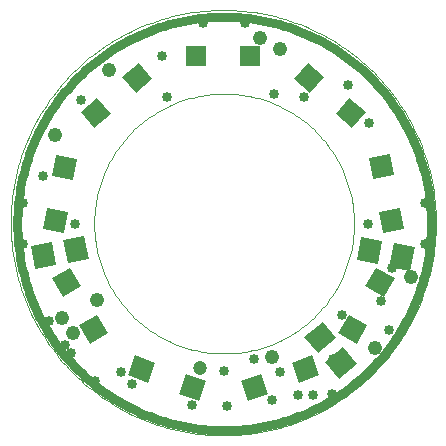
<source format=gts>
G04 EAGLE Gerber RS-274X export*
G75*
%MOMM*%
%FSLAX35Y35*%
%LPD*%
%INsolder_mask_top*%
%IPPOS*%
%AMOC8*
5,1,8,0,0,1.08239X$1,22.5*%
G01*
%ADD10C,0.010000*%
%ADD11C,0.050000*%
%ADD12C,0.750000*%
%ADD13R,1.803200X2.003200*%
%ADD14R,1.803200X1.803200*%
%ADD15R,1.803200X1.803200*%
%ADD16C,1.219200*%
%ADD17C,1.203200*%
%ADD18C,0.853200*%


D10*
X1793375Y-42625D02*
X1793375Y57375D01*
X-1806625Y7375D02*
X-1806083Y51549D01*
X-1804457Y95697D01*
X-1801748Y139791D01*
X-1797958Y183806D01*
X-1793088Y227714D01*
X-1787143Y271490D01*
X-1780125Y315106D01*
X-1772039Y358538D01*
X-1762889Y401757D01*
X-1752681Y444739D01*
X-1741422Y487458D01*
X-1729118Y529887D01*
X-1715776Y572002D01*
X-1701404Y613777D01*
X-1686012Y655186D01*
X-1669608Y696205D01*
X-1652203Y736809D01*
X-1633806Y776974D01*
X-1614429Y816675D01*
X-1594083Y855889D01*
X-1572782Y894592D01*
X-1550536Y932760D01*
X-1527361Y970371D01*
X-1503270Y1007401D01*
X-1478278Y1043830D01*
X-1452399Y1079634D01*
X-1425649Y1114792D01*
X-1398044Y1149283D01*
X-1369601Y1183086D01*
X-1340337Y1216181D01*
X-1310270Y1248548D01*
X-1279417Y1280167D01*
X-1247798Y1311020D01*
X-1215431Y1341087D01*
X-1182336Y1370351D01*
X-1148533Y1398794D01*
X-1114042Y1426399D01*
X-1078884Y1453149D01*
X-1043080Y1479028D01*
X-1006651Y1504020D01*
X-969621Y1528111D01*
X-932010Y1551286D01*
X-893842Y1573532D01*
X-855139Y1594833D01*
X-815925Y1615179D01*
X-776224Y1634556D01*
X-736059Y1652953D01*
X-695455Y1670358D01*
X-654436Y1686762D01*
X-613027Y1702154D01*
X-571252Y1716526D01*
X-529137Y1729868D01*
X-486708Y1742172D01*
X-443989Y1753431D01*
X-401007Y1763639D01*
X-357788Y1772789D01*
X-314356Y1780875D01*
X-270740Y1787893D01*
X-226964Y1793838D01*
X-183056Y1798708D01*
X-139041Y1802498D01*
X-94947Y1805207D01*
X-50799Y1806833D01*
X-6625Y1807375D01*
X37549Y1806833D01*
X81697Y1805207D01*
X125791Y1802498D01*
X169806Y1798708D01*
X213714Y1793838D01*
X257490Y1787893D01*
X301106Y1780875D01*
X344538Y1772789D01*
X387757Y1763639D01*
X430739Y1753431D01*
X473458Y1742172D01*
X515887Y1729868D01*
X558002Y1716526D01*
X599777Y1702154D01*
X641186Y1686762D01*
X682205Y1670358D01*
X722809Y1652953D01*
X762974Y1634556D01*
X802675Y1615179D01*
X841889Y1594833D01*
X880592Y1573532D01*
X918760Y1551286D01*
X956371Y1528111D01*
X993401Y1504020D01*
X1029830Y1479028D01*
X1065634Y1453149D01*
X1100792Y1426399D01*
X1135283Y1398794D01*
X1169086Y1370351D01*
X1202181Y1341087D01*
X1234548Y1311020D01*
X1266167Y1280167D01*
X1297020Y1248548D01*
X1327087Y1216181D01*
X1356351Y1183086D01*
X1384794Y1149283D01*
X1412399Y1114792D01*
X1439149Y1079634D01*
X1465028Y1043830D01*
X1490020Y1007401D01*
X1514111Y970371D01*
X1537286Y932760D01*
X1559532Y894592D01*
X1580833Y855889D01*
X1601179Y816675D01*
X1620556Y776974D01*
X1638953Y736809D01*
X1656358Y696205D01*
X1672762Y655186D01*
X1688154Y613777D01*
X1702526Y572002D01*
X1715868Y529887D01*
X1728172Y487458D01*
X1739431Y444739D01*
X1749639Y401757D01*
X1758789Y358538D01*
X1766875Y315106D01*
X1773893Y271490D01*
X1779838Y227714D01*
X1784708Y183806D01*
X1788498Y139791D01*
X1791207Y95697D01*
X1792833Y51549D01*
X1793375Y7375D01*
X1792833Y-36799D01*
X1791207Y-80947D01*
X1788498Y-125041D01*
X1784708Y-169056D01*
X1779838Y-212964D01*
X1773893Y-256740D01*
X1766875Y-300356D01*
X1758789Y-343788D01*
X1749639Y-387007D01*
X1739431Y-429989D01*
X1728172Y-472708D01*
X1715868Y-515137D01*
X1702526Y-557252D01*
X1688154Y-599027D01*
X1672762Y-640436D01*
X1656358Y-681455D01*
X1638953Y-722059D01*
X1620556Y-762224D01*
X1601179Y-801925D01*
X1580833Y-841139D01*
X1559532Y-879842D01*
X1537286Y-918010D01*
X1514111Y-955621D01*
X1490020Y-992651D01*
X1465028Y-1029080D01*
X1439149Y-1064884D01*
X1412399Y-1100042D01*
X1384794Y-1134533D01*
X1356351Y-1168336D01*
X1327087Y-1201431D01*
X1297020Y-1233798D01*
X1266167Y-1265417D01*
X1234548Y-1296270D01*
X1202181Y-1326337D01*
X1169086Y-1355601D01*
X1135283Y-1384044D01*
X1100792Y-1411649D01*
X1065634Y-1438399D01*
X1029830Y-1464278D01*
X993401Y-1489270D01*
X956371Y-1513361D01*
X918760Y-1536536D01*
X880592Y-1558782D01*
X841889Y-1580083D01*
X802675Y-1600429D01*
X762974Y-1619806D01*
X722809Y-1638203D01*
X682205Y-1655608D01*
X641186Y-1672012D01*
X599777Y-1687404D01*
X558002Y-1701776D01*
X515887Y-1715118D01*
X473458Y-1727422D01*
X430739Y-1738681D01*
X387757Y-1748889D01*
X344538Y-1758039D01*
X301106Y-1766125D01*
X257490Y-1773143D01*
X213714Y-1779088D01*
X169806Y-1783958D01*
X125791Y-1787748D01*
X81697Y-1790457D01*
X37549Y-1792083D01*
X-6625Y-1792625D01*
X-50799Y-1792083D01*
X-94947Y-1790457D01*
X-139041Y-1787748D01*
X-183056Y-1783958D01*
X-226964Y-1779088D01*
X-270740Y-1773143D01*
X-314356Y-1766125D01*
X-357788Y-1758039D01*
X-401007Y-1748889D01*
X-443989Y-1738681D01*
X-486708Y-1727422D01*
X-529137Y-1715118D01*
X-571252Y-1701776D01*
X-613027Y-1687404D01*
X-654436Y-1672012D01*
X-695455Y-1655608D01*
X-736059Y-1638203D01*
X-776224Y-1619806D01*
X-815925Y-1600429D01*
X-855139Y-1580083D01*
X-893842Y-1558782D01*
X-932010Y-1536536D01*
X-969621Y-1513361D01*
X-1006651Y-1489270D01*
X-1043080Y-1464278D01*
X-1078884Y-1438399D01*
X-1114042Y-1411649D01*
X-1148533Y-1384044D01*
X-1182336Y-1355601D01*
X-1215431Y-1326337D01*
X-1247798Y-1296270D01*
X-1279417Y-1265417D01*
X-1310270Y-1233798D01*
X-1340337Y-1201431D01*
X-1369601Y-1168336D01*
X-1398044Y-1134533D01*
X-1425649Y-1100042D01*
X-1452399Y-1064884D01*
X-1478278Y-1029080D01*
X-1503270Y-992651D01*
X-1527361Y-955621D01*
X-1550536Y-918010D01*
X-1572782Y-879842D01*
X-1594083Y-841139D01*
X-1614429Y-801925D01*
X-1633806Y-762224D01*
X-1652203Y-722059D01*
X-1669608Y-681455D01*
X-1686012Y-640436D01*
X-1701404Y-599027D01*
X-1715776Y-557252D01*
X-1729118Y-515137D01*
X-1741422Y-472708D01*
X-1752681Y-429989D01*
X-1762889Y-387007D01*
X-1772039Y-343788D01*
X-1780125Y-300356D01*
X-1787143Y-256740D01*
X-1793088Y-212964D01*
X-1797958Y-169056D01*
X-1801748Y-125041D01*
X-1804457Y-80947D01*
X-1806083Y-36799D01*
X-1806625Y7375D01*
D11*
X-1100045Y0D02*
X-1099714Y26996D01*
X-1098720Y53977D01*
X-1097064Y80924D01*
X-1094748Y107823D01*
X-1091772Y134657D01*
X-1088139Y161410D01*
X-1083850Y188066D01*
X-1078908Y214608D01*
X-1073316Y241021D01*
X-1067078Y267289D01*
X-1060197Y293396D01*
X-1052677Y319326D01*
X-1044524Y345064D01*
X-1035741Y370594D01*
X-1026334Y395901D01*
X-1016309Y420969D01*
X-1005672Y445784D01*
X-994429Y470330D01*
X-982587Y494593D01*
X-970153Y518558D01*
X-957135Y542210D01*
X-943540Y565536D01*
X-929377Y588521D01*
X-914654Y611152D01*
X-899380Y633415D01*
X-883564Y655296D01*
X-867217Y676782D01*
X-850346Y697861D01*
X-832964Y718520D01*
X-815080Y738745D01*
X-796704Y758526D01*
X-777849Y777849D01*
X-758526Y796704D01*
X-738745Y815080D01*
X-718520Y832964D01*
X-697861Y850346D01*
X-676782Y867217D01*
X-655296Y883564D01*
X-633415Y899380D01*
X-611152Y914654D01*
X-588521Y929377D01*
X-565536Y943540D01*
X-542210Y957135D01*
X-518558Y970153D01*
X-494593Y982587D01*
X-470330Y994429D01*
X-445784Y1005672D01*
X-420969Y1016309D01*
X-395901Y1026334D01*
X-370594Y1035741D01*
X-345064Y1044524D01*
X-319326Y1052677D01*
X-293396Y1060197D01*
X-267289Y1067078D01*
X-241021Y1073316D01*
X-214608Y1078908D01*
X-188066Y1083850D01*
X-161410Y1088139D01*
X-134657Y1091772D01*
X-107823Y1094748D01*
X-80924Y1097064D01*
X-53977Y1098720D01*
X-26996Y1099714D01*
X0Y1100045D01*
X26996Y1099714D01*
X53977Y1098720D01*
X80924Y1097064D01*
X107823Y1094748D01*
X134657Y1091772D01*
X161410Y1088139D01*
X188066Y1083850D01*
X214608Y1078908D01*
X241021Y1073316D01*
X267289Y1067078D01*
X293396Y1060197D01*
X319326Y1052677D01*
X345064Y1044524D01*
X370594Y1035741D01*
X395901Y1026334D01*
X420969Y1016309D01*
X445784Y1005672D01*
X470330Y994429D01*
X494593Y982587D01*
X518558Y970153D01*
X542210Y957135D01*
X565536Y943540D01*
X588521Y929377D01*
X611152Y914654D01*
X633415Y899380D01*
X655296Y883564D01*
X676782Y867217D01*
X697861Y850346D01*
X718520Y832964D01*
X738745Y815080D01*
X758526Y796704D01*
X777849Y777849D01*
X796704Y758526D01*
X815080Y738745D01*
X832964Y718520D01*
X850346Y697861D01*
X867217Y676782D01*
X883564Y655296D01*
X899380Y633415D01*
X914654Y611152D01*
X929377Y588521D01*
X943540Y565536D01*
X957135Y542210D01*
X970153Y518558D01*
X982587Y494593D01*
X994429Y470330D01*
X1005672Y445784D01*
X1016309Y420969D01*
X1026334Y395901D01*
X1035741Y370594D01*
X1044524Y345064D01*
X1052677Y319326D01*
X1060197Y293396D01*
X1067078Y267289D01*
X1073316Y241021D01*
X1078908Y214608D01*
X1083850Y188066D01*
X1088139Y161410D01*
X1091772Y134657D01*
X1094748Y107823D01*
X1097064Y80924D01*
X1098720Y53977D01*
X1099714Y26996D01*
X1100045Y0D01*
X1099714Y-26996D01*
X1098720Y-53977D01*
X1097064Y-80924D01*
X1094748Y-107823D01*
X1091772Y-134657D01*
X1088139Y-161410D01*
X1083850Y-188066D01*
X1078908Y-214608D01*
X1073316Y-241021D01*
X1067078Y-267289D01*
X1060197Y-293396D01*
X1052677Y-319326D01*
X1044524Y-345064D01*
X1035741Y-370594D01*
X1026334Y-395901D01*
X1016309Y-420969D01*
X1005672Y-445784D01*
X994429Y-470330D01*
X982587Y-494593D01*
X970153Y-518558D01*
X957135Y-542210D01*
X943540Y-565536D01*
X929377Y-588521D01*
X914654Y-611152D01*
X899380Y-633415D01*
X883564Y-655296D01*
X867217Y-676782D01*
X850346Y-697861D01*
X832964Y-718520D01*
X815080Y-738745D01*
X796704Y-758526D01*
X777849Y-777849D01*
X758526Y-796704D01*
X738745Y-815080D01*
X718520Y-832964D01*
X697861Y-850346D01*
X676782Y-867217D01*
X655296Y-883564D01*
X633415Y-899380D01*
X611152Y-914654D01*
X588521Y-929377D01*
X565536Y-943540D01*
X542210Y-957135D01*
X518558Y-970153D01*
X494593Y-982587D01*
X470330Y-994429D01*
X445784Y-1005672D01*
X420969Y-1016309D01*
X395901Y-1026334D01*
X370594Y-1035741D01*
X345064Y-1044524D01*
X319326Y-1052677D01*
X293396Y-1060197D01*
X267289Y-1067078D01*
X241021Y-1073316D01*
X214608Y-1078908D01*
X188066Y-1083850D01*
X161410Y-1088139D01*
X134657Y-1091772D01*
X107823Y-1094748D01*
X80924Y-1097064D01*
X53977Y-1098720D01*
X26996Y-1099714D01*
X0Y-1100045D01*
X-26996Y-1099714D01*
X-53977Y-1098720D01*
X-80924Y-1097064D01*
X-107823Y-1094748D01*
X-134657Y-1091772D01*
X-161410Y-1088139D01*
X-188066Y-1083850D01*
X-214608Y-1078908D01*
X-241021Y-1073316D01*
X-267289Y-1067078D01*
X-293396Y-1060197D01*
X-319326Y-1052677D01*
X-345064Y-1044524D01*
X-370594Y-1035741D01*
X-395901Y-1026334D01*
X-420969Y-1016309D01*
X-445784Y-1005672D01*
X-470330Y-994429D01*
X-494593Y-982587D01*
X-518558Y-970153D01*
X-542210Y-957135D01*
X-565536Y-943540D01*
X-588521Y-929377D01*
X-611152Y-914654D01*
X-633415Y-899380D01*
X-655296Y-883564D01*
X-676782Y-867217D01*
X-697861Y-850346D01*
X-718520Y-832964D01*
X-738745Y-815080D01*
X-758526Y-796704D01*
X-777849Y-777849D01*
X-796704Y-758526D01*
X-815080Y-738745D01*
X-832964Y-718520D01*
X-850346Y-697861D01*
X-867217Y-676782D01*
X-883564Y-655296D01*
X-899380Y-633415D01*
X-914654Y-611152D01*
X-929377Y-588521D01*
X-943540Y-565536D01*
X-957135Y-542210D01*
X-970153Y-518558D01*
X-982587Y-494593D01*
X-994429Y-470330D01*
X-1005672Y-445784D01*
X-1016309Y-420969D01*
X-1026334Y-395901D01*
X-1035741Y-370594D01*
X-1044524Y-345064D01*
X-1052677Y-319326D01*
X-1060197Y-293396D01*
X-1067078Y-267289D01*
X-1073316Y-241021D01*
X-1078908Y-214608D01*
X-1083850Y-188066D01*
X-1088139Y-161410D01*
X-1091772Y-134657D01*
X-1094748Y-107823D01*
X-1097064Y-80924D01*
X-1098720Y-53977D01*
X-1099714Y-26996D01*
X-1100045Y0D01*
D12*
X-1750178Y0D02*
X-1749651Y42952D01*
X-1748070Y85877D01*
X-1745436Y128751D01*
X-1741750Y171547D01*
X-1737016Y214240D01*
X-1731235Y256804D01*
X-1724411Y299214D01*
X-1716549Y341443D01*
X-1707652Y383466D01*
X-1697727Y425259D01*
X-1686780Y466795D01*
X-1674816Y508050D01*
X-1661843Y548999D01*
X-1647870Y589617D01*
X-1632903Y629880D01*
X-1616954Y669764D01*
X-1600030Y709244D01*
X-1582142Y748298D01*
X-1563302Y786900D01*
X-1543519Y825028D01*
X-1522807Y862660D01*
X-1501178Y899771D01*
X-1478644Y936341D01*
X-1455220Y972347D01*
X-1430919Y1007767D01*
X-1405756Y1042580D01*
X-1379747Y1076765D01*
X-1352906Y1110301D01*
X-1325250Y1143169D01*
X-1296796Y1175348D01*
X-1267561Y1206819D01*
X-1237563Y1237563D01*
X-1206819Y1267561D01*
X-1175348Y1296796D01*
X-1143169Y1325250D01*
X-1110301Y1352906D01*
X-1076765Y1379747D01*
X-1042580Y1405756D01*
X-1007767Y1430919D01*
X-972347Y1455220D01*
X-936341Y1478644D01*
X-899771Y1501178D01*
X-862660Y1522807D01*
X-825028Y1543519D01*
X-786900Y1563302D01*
X-748298Y1582142D01*
X-709244Y1600030D01*
X-669764Y1616954D01*
X-629880Y1632903D01*
X-589617Y1647870D01*
X-548999Y1661843D01*
X-508050Y1674816D01*
X-466795Y1686780D01*
X-425259Y1697727D01*
X-383466Y1707652D01*
X-341443Y1716549D01*
X-299214Y1724411D01*
X-256804Y1731235D01*
X-214240Y1737016D01*
X-171547Y1741750D01*
X-128751Y1745436D01*
X-85877Y1748070D01*
X-42952Y1749651D01*
X0Y1750178D01*
X42952Y1749651D01*
X85877Y1748070D01*
X128751Y1745436D01*
X171547Y1741750D01*
X214240Y1737016D01*
X256804Y1731235D01*
X299214Y1724411D01*
X341443Y1716549D01*
X383466Y1707652D01*
X425259Y1697727D01*
X466795Y1686780D01*
X508050Y1674816D01*
X548999Y1661843D01*
X589617Y1647870D01*
X629880Y1632903D01*
X669764Y1616954D01*
X709244Y1600030D01*
X748298Y1582142D01*
X786900Y1563302D01*
X825028Y1543519D01*
X862660Y1522807D01*
X899771Y1501178D01*
X936341Y1478644D01*
X972347Y1455220D01*
X1007767Y1430919D01*
X1042580Y1405756D01*
X1076765Y1379747D01*
X1110301Y1352906D01*
X1143169Y1325250D01*
X1175348Y1296796D01*
X1206819Y1267561D01*
X1237563Y1237563D01*
X1267561Y1206819D01*
X1296796Y1175348D01*
X1325250Y1143169D01*
X1352906Y1110301D01*
X1379747Y1076765D01*
X1405756Y1042580D01*
X1430919Y1007767D01*
X1455220Y972347D01*
X1478644Y936341D01*
X1501178Y899771D01*
X1522807Y862660D01*
X1543519Y825028D01*
X1563302Y786900D01*
X1582142Y748298D01*
X1600030Y709244D01*
X1616954Y669764D01*
X1632903Y629880D01*
X1647870Y589617D01*
X1661843Y548999D01*
X1674816Y508050D01*
X1686780Y466795D01*
X1697727Y425259D01*
X1707652Y383466D01*
X1716549Y341443D01*
X1724411Y299214D01*
X1731235Y256804D01*
X1737016Y214240D01*
X1741750Y171547D01*
X1745436Y128751D01*
X1748070Y85877D01*
X1749651Y42952D01*
X1750178Y0D01*
X1749651Y-42952D01*
X1748070Y-85877D01*
X1745436Y-128751D01*
X1741750Y-171547D01*
X1737016Y-214240D01*
X1731235Y-256804D01*
X1724411Y-299214D01*
X1716549Y-341443D01*
X1707652Y-383466D01*
X1697727Y-425259D01*
X1686780Y-466795D01*
X1674816Y-508050D01*
X1661843Y-548999D01*
X1647870Y-589617D01*
X1632903Y-629880D01*
X1616954Y-669764D01*
X1600030Y-709244D01*
X1582142Y-748298D01*
X1563302Y-786900D01*
X1543519Y-825028D01*
X1522807Y-862660D01*
X1501178Y-899771D01*
X1478644Y-936341D01*
X1455220Y-972347D01*
X1430919Y-1007767D01*
X1405756Y-1042580D01*
X1379747Y-1076765D01*
X1352906Y-1110301D01*
X1325250Y-1143169D01*
X1296796Y-1175348D01*
X1267561Y-1206819D01*
X1237563Y-1237563D01*
X1206819Y-1267561D01*
X1175348Y-1296796D01*
X1143169Y-1325250D01*
X1110301Y-1352906D01*
X1076765Y-1379747D01*
X1042580Y-1405756D01*
X1007767Y-1430919D01*
X972347Y-1455220D01*
X936341Y-1478644D01*
X899771Y-1501178D01*
X862660Y-1522807D01*
X825028Y-1543519D01*
X786900Y-1563302D01*
X748298Y-1582142D01*
X709244Y-1600030D01*
X669764Y-1616954D01*
X629880Y-1632903D01*
X589617Y-1647870D01*
X548999Y-1661843D01*
X508050Y-1674816D01*
X466795Y-1686780D01*
X425259Y-1697727D01*
X383466Y-1707652D01*
X341443Y-1716549D01*
X299214Y-1724411D01*
X256804Y-1731235D01*
X214240Y-1737016D01*
X171547Y-1741750D01*
X128751Y-1745436D01*
X85877Y-1748070D01*
X42952Y-1749651D01*
X0Y-1750178D01*
X-42952Y-1749651D01*
X-85877Y-1748070D01*
X-128751Y-1745436D01*
X-171547Y-1741750D01*
X-214240Y-1737016D01*
X-256804Y-1731235D01*
X-299214Y-1724411D01*
X-341443Y-1716549D01*
X-383466Y-1707652D01*
X-425259Y-1697727D01*
X-466795Y-1686780D01*
X-508050Y-1674816D01*
X-548999Y-1661843D01*
X-589617Y-1647870D01*
X-629880Y-1632903D01*
X-669764Y-1616954D01*
X-709244Y-1600030D01*
X-748298Y-1582142D01*
X-786900Y-1563302D01*
X-825028Y-1543519D01*
X-862660Y-1522807D01*
X-899771Y-1501178D01*
X-936341Y-1478644D01*
X-972347Y-1455220D01*
X-1007767Y-1430919D01*
X-1042580Y-1405756D01*
X-1076765Y-1379747D01*
X-1110301Y-1352906D01*
X-1143169Y-1325250D01*
X-1175348Y-1296796D01*
X-1206819Y-1267561D01*
X-1237563Y-1237563D01*
X-1267561Y-1206819D01*
X-1296796Y-1175348D01*
X-1325250Y-1143169D01*
X-1352906Y-1110301D01*
X-1379747Y-1076765D01*
X-1405756Y-1042580D01*
X-1430919Y-1007767D01*
X-1455220Y-972347D01*
X-1478644Y-936341D01*
X-1501178Y-899771D01*
X-1522807Y-862660D01*
X-1543519Y-825028D01*
X-1563302Y-786900D01*
X-1582142Y-748298D01*
X-1600030Y-709244D01*
X-1616954Y-669764D01*
X-1632903Y-629880D01*
X-1647870Y-589617D01*
X-1661843Y-548999D01*
X-1674816Y-508050D01*
X-1686780Y-466795D01*
X-1697727Y-425259D01*
X-1707652Y-383466D01*
X-1716549Y-341443D01*
X-1724411Y-299214D01*
X-1731235Y-256804D01*
X-1737016Y-214240D01*
X-1741750Y-171547D01*
X-1745436Y-128751D01*
X-1748070Y-85877D01*
X-1749651Y-42952D01*
X-1750178Y0D01*
D13*
G36*
X1435426Y-167453D02*
X1612551Y-201242D01*
X1575014Y-398013D01*
X1397889Y-364224D01*
X1435426Y-167453D01*
G37*
G36*
X1160386Y-114987D02*
X1337511Y-148776D01*
X1299974Y-345547D01*
X1122849Y-311758D01*
X1160386Y-114987D01*
G37*
G36*
X792925Y-1097870D02*
X678714Y-958332D01*
X833729Y-831454D01*
X947940Y-970992D01*
X792925Y-1097870D01*
G37*
G36*
X970271Y-1314546D02*
X856060Y-1175008D01*
X1011075Y-1048130D01*
X1125286Y-1187668D01*
X970271Y-1314546D01*
G37*
D14*
G36*
X806688Y-1285221D02*
X637243Y-1346894D01*
X575570Y-1177449D01*
X745015Y-1115776D01*
X806688Y-1285221D01*
G37*
G36*
X374430Y-1442550D02*
X204985Y-1504223D01*
X143312Y-1334778D01*
X312757Y-1273105D01*
X374430Y-1442550D01*
G37*
G36*
X1443160Y-462814D02*
X1353000Y-618974D01*
X1196840Y-528814D01*
X1287000Y-372654D01*
X1443160Y-462814D01*
G37*
G36*
X1213160Y-861186D02*
X1123000Y-1017346D01*
X966840Y-927186D01*
X1057000Y-771026D01*
X1213160Y-861186D01*
G37*
G36*
X1408195Y585952D02*
X1439507Y408372D01*
X1261927Y377060D01*
X1230615Y554640D01*
X1408195Y585952D01*
G37*
G36*
X1488073Y132940D02*
X1519385Y-44640D01*
X1341805Y-75952D01*
X1310493Y101628D01*
X1488073Y132940D01*
G37*
G36*
X-755015Y-1115776D02*
X-585570Y-1177449D01*
X-647243Y-1346894D01*
X-816688Y-1285221D01*
X-755015Y-1115776D01*
G37*
G36*
X-322757Y-1273105D02*
X-153312Y-1334778D01*
X-214985Y-1504223D01*
X-384430Y-1442550D01*
X-322757Y-1273105D01*
G37*
G36*
X-1302000Y-372654D02*
X-1211840Y-528814D01*
X-1368000Y-618974D01*
X-1458160Y-462814D01*
X-1302000Y-372654D01*
G37*
G36*
X-1072000Y-771026D02*
X-981840Y-927186D01*
X-1138000Y-1017346D01*
X-1228160Y-861186D01*
X-1072000Y-771026D01*
G37*
G36*
X-1245615Y549640D02*
X-1276927Y372060D01*
X-1454507Y403372D01*
X-1423195Y580952D01*
X-1245615Y549640D01*
G37*
G36*
X-1325493Y96628D02*
X-1356805Y-80952D01*
X-1534385Y-49640D01*
X-1503073Y127940D01*
X-1325493Y96628D01*
G37*
G36*
X-606790Y1221729D02*
X-744922Y1105821D01*
X-860830Y1243953D01*
X-722698Y1359861D01*
X-606790Y1221729D01*
G37*
G36*
X-959170Y926047D02*
X-1097302Y810139D01*
X-1213210Y948271D01*
X-1075078Y1064179D01*
X-959170Y926047D01*
G37*
D15*
X220000Y1415000D03*
X-240000Y1415000D03*
D14*
G36*
X1082302Y810139D02*
X944170Y926047D01*
X1060078Y1064179D01*
X1198210Y948271D01*
X1082302Y810139D01*
G37*
G36*
X729922Y1105821D02*
X591790Y1221729D01*
X707698Y1359861D01*
X845830Y1243953D01*
X729922Y1105821D01*
G37*
D13*
G36*
X-1360186Y-137171D02*
X-1183180Y-102764D01*
X-1144958Y-299403D01*
X-1321964Y-333810D01*
X-1360186Y-137171D01*
G37*
G36*
X-1635042Y-190597D02*
X-1458036Y-156190D01*
X-1419814Y-352829D01*
X-1596820Y-387236D01*
X-1635042Y-190597D01*
G37*
D16*
X300000Y1575000D03*
X-1434000Y746000D03*
X1275000Y-1050000D03*
X-975000Y1300000D03*
X-1075000Y-650000D03*
X-1235000Y-215000D03*
X-1375000Y-800000D03*
X-1275000Y-925000D03*
X1581000Y-456000D03*
X475000Y1475000D03*
X402000Y-1132000D03*
D17*
X-200000Y-1225000D03*
D18*
X-175000Y1700000D03*
X175000Y1700000D03*
X-1700000Y175000D03*
X-1700000Y-175000D03*
X1700000Y175000D03*
X1700000Y-175000D03*
X0Y-1250000D03*
X925000Y-1150000D03*
X25000Y-1541000D03*
X250000Y-1150000D03*
X-1350000Y-1025000D03*
X1218800Y400D03*
X-870000Y-1258000D03*
X625000Y-1450000D03*
X-1210200Y1050400D03*
X-1535200Y400400D03*
X-1260200Y400D03*
X-485200Y1075400D03*
X1225000Y850000D03*
X1050000Y1175000D03*
X425000Y1100000D03*
X-524200Y1418400D03*
X-1485200Y-824600D03*
X1325000Y-654000D03*
X1400000Y-900000D03*
X-1300000Y-1100000D03*
X750000Y-1450000D03*
X913000Y-1440000D03*
X-1091000Y-1332000D03*
X-781000Y-1360900D03*
X-275000Y-1537000D03*
X675000Y1070000D03*
X477000Y-1260000D03*
X405000Y-1490000D03*
X1002000Y-770000D03*
X1425000Y-375000D03*
M02*

</source>
